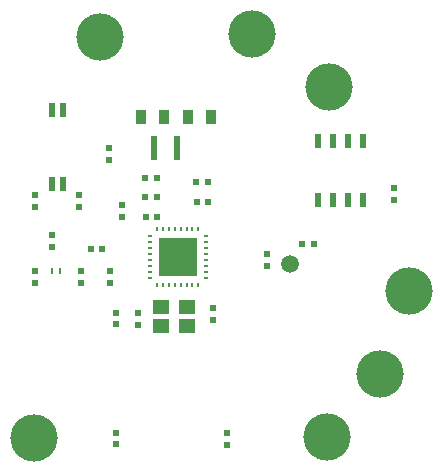
<source format=gtp>
%FSLAX44Y44*%
%MOMM*%
G71*
G01*
G75*
G04 Layer_Color=8421504*
%ADD10R,0.6000X0.5000*%
%ADD11R,0.5000X0.6000*%
%ADD12R,0.5000X0.5000*%
%ADD13R,1.4000X1.2000*%
%ADD14R,0.2500X0.5000*%
%ADD15C,1.5000*%
%ADD16R,0.2500X0.4000*%
%ADD17R,0.4000X0.2500*%
%ADD18R,3.2000X3.2000*%
%ADD19R,0.5590X1.1940*%
%ADD20R,0.9000X1.3000*%
%ADD21R,0.6000X1.2000*%
%ADD22R,0.6000X2.0000*%
%ADD23C,4.0000*%
%ADD24C,0.2000*%
%ADD25C,0.1500*%
%ADD26C,0.3000*%
%ADD27C,0.5000*%
%ADD28C,0.4500*%
%ADD29R,6.0700X6.0700*%
%ADD30C,0.2540*%
%ADD31C,0.0508*%
%ADD32C,0.1000*%
D10*
X41750Y-149000D02*
D03*
Y-159000D02*
D03*
X-52000Y-158250D02*
D03*
Y-149250D02*
D03*
X-120500Y52750D02*
D03*
Y42750D02*
D03*
X-83500Y52750D02*
D03*
Y42750D02*
D03*
X-46750Y34250D02*
D03*
Y44250D02*
D03*
X-57500Y-12000D02*
D03*
Y-22000D02*
D03*
X-82000Y-12000D02*
D03*
Y-22000D02*
D03*
X-121000Y-12000D02*
D03*
Y-22000D02*
D03*
X-106500Y18750D02*
D03*
Y8750D02*
D03*
X-52000Y-47000D02*
D03*
Y-57000D02*
D03*
X-34000Y-57250D02*
D03*
Y-47250D02*
D03*
X30000Y-43000D02*
D03*
Y-53000D02*
D03*
X75500Y-7500D02*
D03*
Y2500D02*
D03*
X183000Y48500D02*
D03*
Y58500D02*
D03*
X-57750Y92250D02*
D03*
Y82250D02*
D03*
D11*
X-17750Y67250D02*
D03*
X-27750D02*
D03*
X-17500Y50500D02*
D03*
X-27500D02*
D03*
X-63750Y6750D02*
D03*
X-73750D02*
D03*
X105500Y10750D02*
D03*
X115500D02*
D03*
X16000Y46750D02*
D03*
X26000D02*
D03*
X15750Y63250D02*
D03*
X25750D02*
D03*
D12*
X-26500Y34250D02*
D03*
X-17500D02*
D03*
D13*
X-14000Y-42000D02*
D03*
X8000D02*
D03*
Y-58000D02*
D03*
X-14000D02*
D03*
D14*
X-106750Y-12000D02*
D03*
X-99250D02*
D03*
D15*
X95500Y-6000D02*
D03*
D16*
X-17500Y23570D02*
D03*
X-12500D02*
D03*
X-7500D02*
D03*
X-2500D02*
D03*
X2500D02*
D03*
X7500D02*
D03*
X12500D02*
D03*
X17500D02*
D03*
Y-23570D02*
D03*
X12500D02*
D03*
X7500D02*
D03*
X2500D02*
D03*
X-2500D02*
D03*
X-7500D02*
D03*
X-12500D02*
D03*
X-17500D02*
D03*
D17*
X23570Y17500D02*
D03*
Y12500D02*
D03*
Y7500D02*
D03*
Y2500D02*
D03*
Y-2500D02*
D03*
Y-7500D02*
D03*
Y-12500D02*
D03*
Y-17500D02*
D03*
X-23570D02*
D03*
Y-12500D02*
D03*
Y-7500D02*
D03*
Y-2500D02*
D03*
Y2500D02*
D03*
Y7500D02*
D03*
Y12500D02*
D03*
Y17500D02*
D03*
D18*
X0Y0D02*
D03*
D19*
X157050Y98520D02*
D03*
X144350D02*
D03*
X131650D02*
D03*
X118950D02*
D03*
X157050Y47980D02*
D03*
X144350D02*
D03*
X131650D02*
D03*
X118950D02*
D03*
D20*
X-31000Y119000D02*
D03*
X-12000D02*
D03*
X28000D02*
D03*
X9000D02*
D03*
D21*
X-97500Y61750D02*
D03*
Y124750D02*
D03*
X-106500D02*
D03*
Y61750D02*
D03*
D22*
X-1000Y92000D02*
D03*
X-20000D02*
D03*
D23*
X-66000Y186000D02*
D03*
X196000Y-29000D02*
D03*
X63000Y188500D02*
D03*
X171000Y-99000D02*
D03*
X126000Y-152000D02*
D03*
X-121500Y-153250D02*
D03*
X128500Y144000D02*
D03*
M02*

</source>
